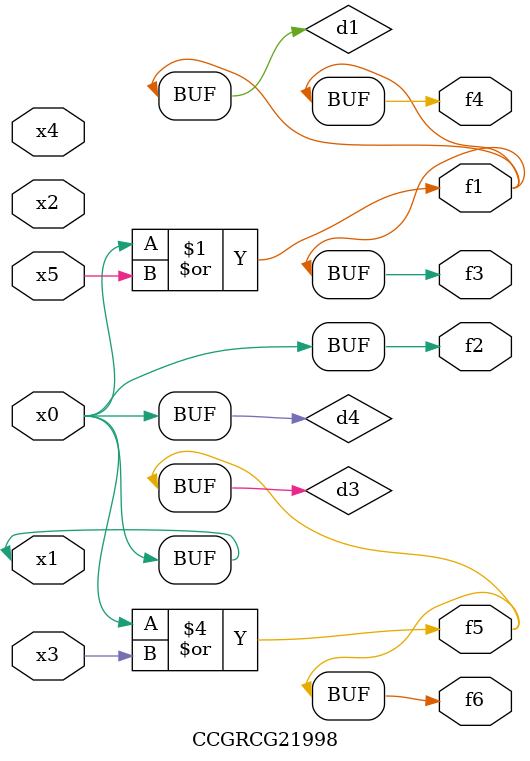
<source format=v>
module CCGRCG21998(
	input x0, x1, x2, x3, x4, x5,
	output f1, f2, f3, f4, f5, f6
);

	wire d1, d2, d3, d4;

	or (d1, x0, x5);
	xnor (d2, x1, x4);
	or (d3, x0, x3);
	buf (d4, x0, x1);
	assign f1 = d1;
	assign f2 = d4;
	assign f3 = d1;
	assign f4 = d1;
	assign f5 = d3;
	assign f6 = d3;
endmodule

</source>
